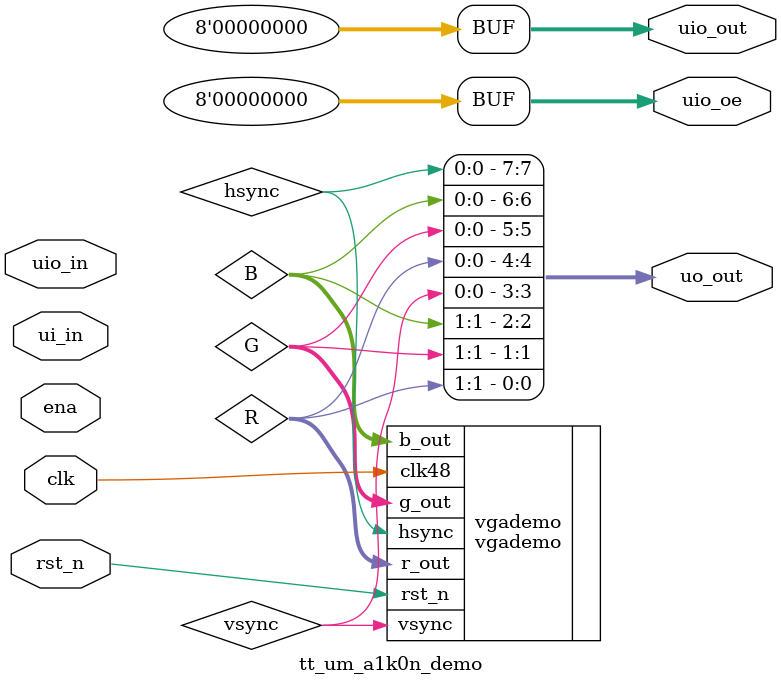
<source format=v>
`default_nettype none

module tt_um_a1k0n_demo(
  input  wire [7:0] ui_in,    // Dedicated inputs
  output wire [7:0] uo_out,   // Dedicated outputs
  input  wire [7:0] uio_in,   // IOs: Input path
  output wire [7:0] uio_out,  // IOs: Output path
  output wire [7:0] uio_oe,   // IOs: Enable path (active high: 0=input, 1=output)
  input  wire       ena,      // always 1 when the design is powered, so you can ignore it
  input  wire       clk,      // clock
  input  wire       rst_n     // reset_n - low to reset
);

  // VGA signals
  wire hsync;
  wire vsync;
  wire [1:0] R;
  wire [1:0] G;
  wire [1:0] B;

  vgademo vgademo(
    .clk48(clk),
    .vsync(vsync),
    .hsync(hsync),
    .r_out(R),
    .g_out(G),
    .b_out(B),
    .rst_n(rst_n)
  );

  // TinyVGA PMOD
  assign uo_out = {hsync, B[0], G[0], R[0], vsync, B[1], G[1], R[1]};

  // Unused outputs assigned to 0.
  assign uio_out = 0;
  assign uio_oe  = 0;

  // Suppress unused signals warning
  wire _unused_ok = &{ena, ui_in, uio_in};

endmodule

</source>
